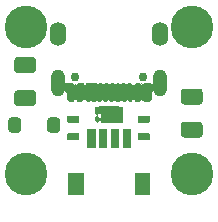
<source format=gts>
G04 #@! TF.GenerationSoftware,KiCad,Pcbnew,(5.1.8)-1*
G04 #@! TF.CreationDate,2021-02-07T19:28:48+03:00*
G04 #@! TF.ProjectId,Unified-Daughterboard,556e6966-6965-4642-9d44-617567687465,C3*
G04 #@! TF.SameCoordinates,Original*
G04 #@! TF.FileFunction,Soldermask,Top*
G04 #@! TF.FilePolarity,Negative*
%FSLAX46Y46*%
G04 Gerber Fmt 4.6, Leading zero omitted, Abs format (unit mm)*
G04 Created by KiCad (PCBNEW (5.1.8)-1) date 2021-02-07 19:28:48*
%MOMM*%
%LPD*%
G01*
G04 APERTURE LIST*
%ADD10O,1.202000X2.302000*%
%ADD11O,1.402000X2.002000*%
%ADD12C,0.752000*%
%ADD13C,3.602001*%
%ADD14C,0.100000*%
G04 APERTURE END LIST*
G36*
G01*
X74801500Y-65916400D02*
X74801500Y-65366400D01*
G75*
G02*
X74852500Y-65315400I51000J0D01*
G01*
X75152500Y-65315400D01*
G75*
G02*
X75203500Y-65366400I0J-51000D01*
G01*
X75203500Y-65916400D01*
G75*
G02*
X75152500Y-65967400I-51000J0D01*
G01*
X74852500Y-65967400D01*
G75*
G02*
X74801500Y-65916400I0J51000D01*
G01*
G37*
G36*
G01*
X73826500Y-65916400D02*
X73826500Y-65366400D01*
G75*
G02*
X73877500Y-65315400I51000J0D01*
G01*
X74127500Y-65315400D01*
G75*
G02*
X74178500Y-65366400I0J-51000D01*
G01*
X74178500Y-65916400D01*
G75*
G02*
X74127500Y-65967400I-51000J0D01*
G01*
X73877500Y-65967400D01*
G75*
G02*
X73826500Y-65916400I0J51000D01*
G01*
G37*
G36*
G01*
X75326500Y-65916400D02*
X75326500Y-65366400D01*
G75*
G02*
X75377500Y-65315400I51000J0D01*
G01*
X75627500Y-65315400D01*
G75*
G02*
X75678500Y-65366400I0J-51000D01*
G01*
X75678500Y-65916400D01*
G75*
G02*
X75627500Y-65967400I-51000J0D01*
G01*
X75377500Y-65967400D01*
G75*
G02*
X75326500Y-65916400I0J51000D01*
G01*
G37*
G36*
G01*
X75826500Y-65916400D02*
X75826500Y-65366400D01*
G75*
G02*
X75877500Y-65315400I51000J0D01*
G01*
X76127500Y-65315400D01*
G75*
G02*
X76178500Y-65366400I0J-51000D01*
G01*
X76178500Y-65916400D01*
G75*
G02*
X76127500Y-65967400I-51000J0D01*
G01*
X75877500Y-65967400D01*
G75*
G02*
X75826500Y-65916400I0J51000D01*
G01*
G37*
G36*
G01*
X74326500Y-65916400D02*
X74326500Y-65366400D01*
G75*
G02*
X74377500Y-65315400I51000J0D01*
G01*
X74627500Y-65315400D01*
G75*
G02*
X74678500Y-65366400I0J-51000D01*
G01*
X74678500Y-65916400D01*
G75*
G02*
X74627500Y-65967400I-51000J0D01*
G01*
X74377500Y-65967400D01*
G75*
G02*
X74326500Y-65916400I0J51000D01*
G01*
G37*
G36*
G01*
X75826500Y-66686400D02*
X75826500Y-66136400D01*
G75*
G02*
X75877500Y-66085400I51000J0D01*
G01*
X76127500Y-66085400D01*
G75*
G02*
X76178500Y-66136400I0J-51000D01*
G01*
X76178500Y-66686400D01*
G75*
G02*
X76127500Y-66737400I-51000J0D01*
G01*
X75877500Y-66737400D01*
G75*
G02*
X75826500Y-66686400I0J51000D01*
G01*
G37*
G36*
G01*
X75326500Y-66686400D02*
X75326500Y-66136400D01*
G75*
G02*
X75377500Y-66085400I51000J0D01*
G01*
X75627500Y-66085400D01*
G75*
G02*
X75678500Y-66136400I0J-51000D01*
G01*
X75678500Y-66686400D01*
G75*
G02*
X75627500Y-66737400I-51000J0D01*
G01*
X75377500Y-66737400D01*
G75*
G02*
X75326500Y-66686400I0J51000D01*
G01*
G37*
G36*
G01*
X74801500Y-66686400D02*
X74801500Y-66136400D01*
G75*
G02*
X74852500Y-66085400I51000J0D01*
G01*
X75152500Y-66085400D01*
G75*
G02*
X75203500Y-66136400I0J-51000D01*
G01*
X75203500Y-66686400D01*
G75*
G02*
X75152500Y-66737400I-51000J0D01*
G01*
X74852500Y-66737400D01*
G75*
G02*
X74801500Y-66686400I0J51000D01*
G01*
G37*
G36*
G01*
X74326500Y-66686400D02*
X74326500Y-66136400D01*
G75*
G02*
X74377500Y-66085400I51000J0D01*
G01*
X74627500Y-66085400D01*
G75*
G02*
X74678500Y-66136400I0J-51000D01*
G01*
X74678500Y-66686400D01*
G75*
G02*
X74627500Y-66737400I-51000J0D01*
G01*
X74377500Y-66737400D01*
G75*
G02*
X74326500Y-66686400I0J51000D01*
G01*
G37*
G36*
G01*
X73826500Y-66561400D02*
X73826500Y-66261400D01*
G75*
G02*
X74002500Y-66085400I176000J0D01*
G01*
X74002500Y-66085400D01*
G75*
G02*
X74178500Y-66261400I0J-176000D01*
G01*
X74178500Y-66561400D01*
G75*
G02*
X74002500Y-66737400I-176000J0D01*
G01*
X74002500Y-66737400D01*
G75*
G02*
X73826500Y-66561400I0J176000D01*
G01*
G37*
G36*
G01*
X82643100Y-67950000D02*
X81331900Y-67950000D01*
G75*
G02*
X81061500Y-67679600I0J270400D01*
G01*
X81061500Y-66868400D01*
G75*
G02*
X81331900Y-66598000I270400J0D01*
G01*
X82643100Y-66598000D01*
G75*
G02*
X82913500Y-66868400I0J-270400D01*
G01*
X82913500Y-67679600D01*
G75*
G02*
X82643100Y-67950000I-270400J0D01*
G01*
G37*
G36*
G01*
X82643100Y-65150000D02*
X81331900Y-65150000D01*
G75*
G02*
X81061500Y-64879600I0J270400D01*
G01*
X81061500Y-64068400D01*
G75*
G02*
X81331900Y-63798000I270400J0D01*
G01*
X82643100Y-63798000D01*
G75*
G02*
X82913500Y-64068400I0J-270400D01*
G01*
X82913500Y-64879600D01*
G75*
G02*
X82643100Y-65150000I-270400J0D01*
G01*
G37*
G36*
G01*
X71504500Y-67578000D02*
X72404500Y-67578000D01*
G75*
G02*
X72455500Y-67629000I0J-51000D01*
G01*
X72455500Y-68129000D01*
G75*
G02*
X72404500Y-68180000I-51000J0D01*
G01*
X71504500Y-68180000D01*
G75*
G02*
X71453500Y-68129000I0J51000D01*
G01*
X71453500Y-67629000D01*
G75*
G02*
X71504500Y-67578000I51000J0D01*
G01*
G37*
G36*
G01*
X71504500Y-66078000D02*
X72404500Y-66078000D01*
G75*
G02*
X72455500Y-66129000I0J-51000D01*
G01*
X72455500Y-66629000D01*
G75*
G02*
X72404500Y-66680000I-51000J0D01*
G01*
X71504500Y-66680000D01*
G75*
G02*
X71453500Y-66629000I0J51000D01*
G01*
X71453500Y-66129000D01*
G75*
G02*
X71504500Y-66078000I51000J0D01*
G01*
G37*
G36*
G01*
X67234900Y-61131000D02*
X68546100Y-61131000D01*
G75*
G02*
X68816500Y-61401400I0J-270400D01*
G01*
X68816500Y-62212600D01*
G75*
G02*
X68546100Y-62483000I-270400J0D01*
G01*
X67234900Y-62483000D01*
G75*
G02*
X66964500Y-62212600I0J270400D01*
G01*
X66964500Y-61401400D01*
G75*
G02*
X67234900Y-61131000I270400J0D01*
G01*
G37*
G36*
G01*
X67234900Y-63931000D02*
X68546100Y-63931000D01*
G75*
G02*
X68816500Y-64201400I0J-270400D01*
G01*
X68816500Y-65012600D01*
G75*
G02*
X68546100Y-65283000I-270400J0D01*
G01*
X67234900Y-65283000D01*
G75*
G02*
X66964500Y-65012600I0J270400D01*
G01*
X66964500Y-64201400D01*
G75*
G02*
X67234900Y-63931000I270400J0D01*
G01*
G37*
G36*
G01*
X67553500Y-66514500D02*
X67553500Y-67265500D01*
G75*
G02*
X67278000Y-67541000I-275500J0D01*
G01*
X66727000Y-67541000D01*
G75*
G02*
X66451500Y-67265500I0J275500D01*
G01*
X66451500Y-66514500D01*
G75*
G02*
X66727000Y-66239000I275500J0D01*
G01*
X67278000Y-66239000D01*
G75*
G02*
X67553500Y-66514500I0J-275500D01*
G01*
G37*
G36*
G01*
X70853500Y-66514500D02*
X70853500Y-67265500D01*
G75*
G02*
X70578000Y-67541000I-275500J0D01*
G01*
X70027000Y-67541000D01*
G75*
G02*
X69751500Y-67265500I0J275500D01*
G01*
X69751500Y-66514500D01*
G75*
G02*
X70027000Y-66239000I275500J0D01*
G01*
X70578000Y-66239000D01*
G75*
G02*
X70853500Y-66514500I0J-275500D01*
G01*
G37*
G36*
G01*
X72903500Y-63517500D02*
X72903500Y-64718500D01*
G75*
G02*
X72728000Y-64894000I-175500J0D01*
G01*
X72377000Y-64894000D01*
G75*
G02*
X72201500Y-64718500I0J175500D01*
G01*
X72201500Y-63517500D01*
G75*
G02*
X72377000Y-63342000I175500J0D01*
G01*
X72728000Y-63342000D01*
G75*
G02*
X72903500Y-63517500I0J-175500D01*
G01*
G37*
G36*
G01*
X72103500Y-63517500D02*
X72103500Y-64718500D01*
G75*
G02*
X71928000Y-64894000I-175500J0D01*
G01*
X71577000Y-64894000D01*
G75*
G02*
X71401500Y-64718500I0J175500D01*
G01*
X71401500Y-63517500D01*
G75*
G02*
X71577000Y-63342000I175500J0D01*
G01*
X71928000Y-63342000D01*
G75*
G02*
X72103500Y-63517500I0J-175500D01*
G01*
G37*
G36*
G01*
X77803500Y-63517500D02*
X77803500Y-64718500D01*
G75*
G02*
X77628000Y-64894000I-175500J0D01*
G01*
X77277000Y-64894000D01*
G75*
G02*
X77101500Y-64718500I0J175500D01*
G01*
X77101500Y-63517500D01*
G75*
G02*
X77277000Y-63342000I175500J0D01*
G01*
X77628000Y-63342000D01*
G75*
G02*
X77803500Y-63517500I0J-175500D01*
G01*
G37*
D10*
X79302500Y-63343000D03*
G36*
G01*
X74953500Y-63442500D02*
X74953500Y-64793500D01*
G75*
G02*
X74853000Y-64894000I-100500J0D01*
G01*
X74652000Y-64894000D01*
G75*
G02*
X74551500Y-64793500I0J100500D01*
G01*
X74551500Y-63442500D01*
G75*
G02*
X74652000Y-63342000I100500J0D01*
G01*
X74853000Y-63342000D01*
G75*
G02*
X74953500Y-63442500I0J-100500D01*
G01*
G37*
G36*
G01*
X74453500Y-63442500D02*
X74453500Y-64793500D01*
G75*
G02*
X74353000Y-64894000I-100500J0D01*
G01*
X74152000Y-64894000D01*
G75*
G02*
X74051500Y-64793500I0J100500D01*
G01*
X74051500Y-63442500D01*
G75*
G02*
X74152000Y-63342000I100500J0D01*
G01*
X74353000Y-63342000D01*
G75*
G02*
X74453500Y-63442500I0J-100500D01*
G01*
G37*
G36*
G01*
X73953500Y-63442500D02*
X73953500Y-64793500D01*
G75*
G02*
X73853000Y-64894000I-100500J0D01*
G01*
X73652000Y-64894000D01*
G75*
G02*
X73551500Y-64793500I0J100500D01*
G01*
X73551500Y-63442500D01*
G75*
G02*
X73652000Y-63342000I100500J0D01*
G01*
X73853000Y-63342000D01*
G75*
G02*
X73953500Y-63442500I0J-100500D01*
G01*
G37*
G36*
G01*
X73453500Y-63442500D02*
X73453500Y-64793500D01*
G75*
G02*
X73353000Y-64894000I-100500J0D01*
G01*
X73152000Y-64894000D01*
G75*
G02*
X73051500Y-64793500I0J100500D01*
G01*
X73051500Y-63442500D01*
G75*
G02*
X73152000Y-63342000I100500J0D01*
G01*
X73353000Y-63342000D01*
G75*
G02*
X73453500Y-63442500I0J-100500D01*
G01*
G37*
G36*
G01*
X75457500Y-63442500D02*
X75457500Y-64793500D01*
G75*
G02*
X75357000Y-64894000I-100500J0D01*
G01*
X75156000Y-64894000D01*
G75*
G02*
X75055500Y-64793500I0J100500D01*
G01*
X75055500Y-63442500D01*
G75*
G02*
X75156000Y-63342000I100500J0D01*
G01*
X75357000Y-63342000D01*
G75*
G02*
X75457500Y-63442500I0J-100500D01*
G01*
G37*
G36*
G01*
X75953500Y-63442500D02*
X75953500Y-64793500D01*
G75*
G02*
X75853000Y-64894000I-100500J0D01*
G01*
X75652000Y-64894000D01*
G75*
G02*
X75551500Y-64793500I0J100500D01*
G01*
X75551500Y-63442500D01*
G75*
G02*
X75652000Y-63342000I100500J0D01*
G01*
X75853000Y-63342000D01*
G75*
G02*
X75953500Y-63442500I0J-100500D01*
G01*
G37*
G36*
G01*
X76453500Y-63442500D02*
X76453500Y-64793500D01*
G75*
G02*
X76353000Y-64894000I-100500J0D01*
G01*
X76152000Y-64894000D01*
G75*
G02*
X76051500Y-64793500I0J100500D01*
G01*
X76051500Y-63442500D01*
G75*
G02*
X76152000Y-63342000I100500J0D01*
G01*
X76353000Y-63342000D01*
G75*
G02*
X76453500Y-63442500I0J-100500D01*
G01*
G37*
G36*
G01*
X76953500Y-63442500D02*
X76953500Y-64793500D01*
G75*
G02*
X76853000Y-64894000I-100500J0D01*
G01*
X76652000Y-64894000D01*
G75*
G02*
X76551500Y-64793500I0J100500D01*
G01*
X76551500Y-63442500D01*
G75*
G02*
X76652000Y-63342000I100500J0D01*
G01*
X76853000Y-63342000D01*
G75*
G02*
X76953500Y-63442500I0J-100500D01*
G01*
G37*
G36*
G01*
X78603500Y-63517500D02*
X78603500Y-64718500D01*
G75*
G02*
X78428000Y-64894000I-175500J0D01*
G01*
X78077000Y-64894000D01*
G75*
G02*
X77901500Y-64718500I0J175500D01*
G01*
X77901500Y-63517500D01*
G75*
G02*
X78077000Y-63342000I175500J0D01*
G01*
X78428000Y-63342000D01*
G75*
G02*
X78603500Y-63517500I0J-175500D01*
G01*
G37*
D11*
X79302500Y-59143000D03*
D12*
X77892500Y-62792000D03*
X72112500Y-62792000D03*
D11*
X70702500Y-59143000D03*
D10*
X70702500Y-63343000D03*
D13*
X68004500Y-58543000D03*
X82004500Y-58543000D03*
X68004500Y-71043000D03*
X82004500Y-71043000D03*
G36*
G01*
X75153500Y-68793000D02*
X75153500Y-67243000D01*
G75*
G02*
X75204500Y-67192000I51000J0D01*
G01*
X75804500Y-67192000D01*
G75*
G02*
X75855500Y-67243000I0J-51000D01*
G01*
X75855500Y-68793000D01*
G75*
G02*
X75804500Y-68844000I-51000J0D01*
G01*
X75204500Y-68844000D01*
G75*
G02*
X75153500Y-68793000I0J51000D01*
G01*
G37*
G36*
G01*
X76153500Y-68793000D02*
X76153500Y-67243000D01*
G75*
G02*
X76204500Y-67192000I51000J0D01*
G01*
X76804500Y-67192000D01*
G75*
G02*
X76855500Y-67243000I0J-51000D01*
G01*
X76855500Y-68793000D01*
G75*
G02*
X76804500Y-68844000I-51000J0D01*
G01*
X76204500Y-68844000D01*
G75*
G02*
X76153500Y-68793000I0J51000D01*
G01*
G37*
G36*
G01*
X74153500Y-68793000D02*
X74153500Y-67243000D01*
G75*
G02*
X74204500Y-67192000I51000J0D01*
G01*
X74804500Y-67192000D01*
G75*
G02*
X74855500Y-67243000I0J-51000D01*
G01*
X74855500Y-68793000D01*
G75*
G02*
X74804500Y-68844000I-51000J0D01*
G01*
X74204500Y-68844000D01*
G75*
G02*
X74153500Y-68793000I0J51000D01*
G01*
G37*
G36*
G01*
X73153500Y-68793000D02*
X73153500Y-67243000D01*
G75*
G02*
X73204500Y-67192000I51000J0D01*
G01*
X73804500Y-67192000D01*
G75*
G02*
X73855500Y-67243000I0J-51000D01*
G01*
X73855500Y-68793000D01*
G75*
G02*
X73804500Y-68844000I-51000J0D01*
G01*
X73204500Y-68844000D01*
G75*
G02*
X73153500Y-68793000I0J51000D01*
G01*
G37*
G36*
G01*
X71553500Y-72793001D02*
X71553500Y-70992999D01*
G75*
G02*
X71604499Y-70942000I50999J0D01*
G01*
X72804501Y-70942000D01*
G75*
G02*
X72855500Y-70992999I0J-50999D01*
G01*
X72855500Y-72793001D01*
G75*
G02*
X72804501Y-72844000I-50999J0D01*
G01*
X71604499Y-72844000D01*
G75*
G02*
X71553500Y-72793001I0J50999D01*
G01*
G37*
G36*
G01*
X77153500Y-72793001D02*
X77153500Y-70992999D01*
G75*
G02*
X77204499Y-70942000I50999J0D01*
G01*
X78404501Y-70942000D01*
G75*
G02*
X78455500Y-70992999I0J-50999D01*
G01*
X78455500Y-72793001D01*
G75*
G02*
X78404501Y-72844000I-50999J0D01*
G01*
X77204499Y-72844000D01*
G75*
G02*
X77153500Y-72793001I0J50999D01*
G01*
G37*
G36*
G01*
X77473500Y-66078000D02*
X78373500Y-66078000D01*
G75*
G02*
X78424500Y-66129000I0J-51000D01*
G01*
X78424500Y-66629000D01*
G75*
G02*
X78373500Y-66680000I-51000J0D01*
G01*
X77473500Y-66680000D01*
G75*
G02*
X77422500Y-66629000I0J51000D01*
G01*
X77422500Y-66129000D01*
G75*
G02*
X77473500Y-66078000I51000J0D01*
G01*
G37*
G36*
G01*
X77473500Y-67578000D02*
X78373500Y-67578000D01*
G75*
G02*
X78424500Y-67629000I0J-51000D01*
G01*
X78424500Y-68129000D01*
G75*
G02*
X78373500Y-68180000I-51000J0D01*
G01*
X77473500Y-68180000D01*
G75*
G02*
X77422500Y-68129000I0J51000D01*
G01*
X77422500Y-67629000D01*
G75*
G02*
X77473500Y-67578000I51000J0D01*
G01*
G37*
D14*
G36*
X75828232Y-65314400D02*
G01*
X75828500Y-65315400D01*
X75828500Y-65965400D01*
X76178500Y-65965400D01*
X76180232Y-65966400D01*
X76180500Y-65967400D01*
X76180500Y-66085400D01*
X76179500Y-66087132D01*
X76178500Y-66087400D01*
X75828500Y-66087400D01*
X75828500Y-66737400D01*
X75827500Y-66739132D01*
X75826500Y-66739400D01*
X75678500Y-66739400D01*
X75676768Y-66738400D01*
X75676500Y-66737400D01*
X75676500Y-66087400D01*
X75328500Y-66087400D01*
X75328500Y-66737400D01*
X75327500Y-66739132D01*
X75326500Y-66739400D01*
X75203500Y-66739400D01*
X75201768Y-66738400D01*
X75201500Y-66737400D01*
X75201500Y-66087400D01*
X74803500Y-66087400D01*
X74803500Y-66737400D01*
X74802500Y-66739132D01*
X74801500Y-66739400D01*
X74678500Y-66739400D01*
X74676768Y-66738400D01*
X74676500Y-66737400D01*
X74676500Y-66087400D01*
X74326500Y-66087400D01*
X74324768Y-66086400D01*
X74324500Y-66085400D01*
X74324500Y-66043693D01*
X74323066Y-66029128D01*
X74318843Y-66015208D01*
X74311987Y-66002381D01*
X74302761Y-65991139D01*
X74291519Y-65981913D01*
X74278692Y-65975057D01*
X74264772Y-65970834D01*
X74250207Y-65969400D01*
X74178500Y-65969400D01*
X74176768Y-65968400D01*
X74176500Y-65967400D01*
X74176500Y-65317400D01*
X74328500Y-65317400D01*
X74328500Y-65965400D01*
X74676500Y-65965400D01*
X74676500Y-65317400D01*
X74803500Y-65317400D01*
X74803500Y-65965400D01*
X75201500Y-65965400D01*
X75201500Y-65317400D01*
X75328500Y-65317400D01*
X75328500Y-65965400D01*
X75676500Y-65965400D01*
X75676500Y-65317400D01*
X75328500Y-65317400D01*
X75201500Y-65317400D01*
X74803500Y-65317400D01*
X74676500Y-65317400D01*
X74328500Y-65317400D01*
X74176500Y-65317400D01*
X74176500Y-65315400D01*
X74177500Y-65313668D01*
X74178500Y-65313400D01*
X75826500Y-65313400D01*
X75828232Y-65314400D01*
G37*
G36*
X74327743Y-66215169D02*
G01*
X74328500Y-66216736D01*
X74328500Y-66606064D01*
X74327500Y-66607796D01*
X74325500Y-66607796D01*
X74324510Y-66606260D01*
X74323066Y-66591593D01*
X74318843Y-66577673D01*
X74311987Y-66564846D01*
X74302761Y-66553604D01*
X74291519Y-66544378D01*
X74278692Y-66537522D01*
X74264772Y-66533299D01*
X74250301Y-66531874D01*
X74235830Y-66533299D01*
X74221910Y-66537522D01*
X74209083Y-66544378D01*
X74197841Y-66553604D01*
X74188615Y-66564846D01*
X74181782Y-66577630D01*
X74178937Y-66588987D01*
X74178844Y-66589083D01*
X74177217Y-66594445D01*
X74175757Y-66595812D01*
X74173843Y-66595231D01*
X74173313Y-66593668D01*
X74176501Y-66561306D01*
X74176501Y-66261494D01*
X74173313Y-66229131D01*
X74174138Y-66227309D01*
X74176128Y-66227113D01*
X74177217Y-66228354D01*
X74177527Y-66229375D01*
X74177575Y-66229566D01*
X74179307Y-66238274D01*
X74184873Y-66251710D01*
X74192953Y-66263803D01*
X74203235Y-66274085D01*
X74215329Y-66282165D01*
X74228764Y-66287730D01*
X74243032Y-66290568D01*
X74257572Y-66290568D01*
X74271839Y-66287730D01*
X74285275Y-66282164D01*
X74297368Y-66274084D01*
X74307650Y-66263802D01*
X74315730Y-66251708D01*
X74321278Y-66238316D01*
X74324522Y-66216443D01*
X74325765Y-66214876D01*
X74327743Y-66215169D01*
G37*
G36*
X74129183Y-65966400D02*
G01*
X74129183Y-65968400D01*
X74127647Y-65969390D01*
X74112980Y-65970834D01*
X74099060Y-65975057D01*
X74086233Y-65981913D01*
X74074991Y-65991139D01*
X74065765Y-66002381D01*
X74058909Y-66015208D01*
X74054686Y-66029128D01*
X74053261Y-66043599D01*
X74054686Y-66058070D01*
X74058909Y-66071990D01*
X74065765Y-66084817D01*
X74074991Y-66096059D01*
X74086385Y-66105409D01*
X74087089Y-66107281D01*
X74085821Y-66108827D01*
X74084173Y-66108719D01*
X74069084Y-66100654D01*
X74036442Y-66090752D01*
X74002500Y-66087409D01*
X73968558Y-66090752D01*
X73935916Y-66100654D01*
X73917526Y-66110484D01*
X73915527Y-66110418D01*
X73914584Y-66108655D01*
X73915472Y-66107057D01*
X73924614Y-66100948D01*
X73934897Y-66090666D01*
X73942977Y-66078573D01*
X73948543Y-66065138D01*
X73951381Y-66050870D01*
X73951381Y-66036330D01*
X73948543Y-66022063D01*
X73942978Y-66008627D01*
X73934898Y-65996534D01*
X73924616Y-65986251D01*
X73912523Y-65978171D01*
X73899088Y-65972605D01*
X73884774Y-65969758D01*
X73877451Y-65969398D01*
X73875770Y-65968314D01*
X73875868Y-65966316D01*
X73877549Y-65965400D01*
X74127451Y-65965400D01*
X74129183Y-65966400D01*
G37*
G36*
X76387553Y-63340010D02*
G01*
X76403398Y-63341570D01*
X76403783Y-63341646D01*
X76415419Y-63345176D01*
X76415781Y-63345326D01*
X76426504Y-63351058D01*
X76426830Y-63351276D01*
X76436231Y-63358991D01*
X76436508Y-63359268D01*
X76445084Y-63369718D01*
X76455434Y-63380068D01*
X76467527Y-63388148D01*
X76480963Y-63393713D01*
X76495230Y-63396551D01*
X76509770Y-63396551D01*
X76524038Y-63393713D01*
X76537473Y-63388147D01*
X76549566Y-63380068D01*
X76559916Y-63369718D01*
X76568492Y-63359268D01*
X76568769Y-63358991D01*
X76578170Y-63351276D01*
X76578496Y-63351058D01*
X76589219Y-63345326D01*
X76589581Y-63345176D01*
X76601217Y-63341646D01*
X76601602Y-63341570D01*
X76617447Y-63340010D01*
X76617643Y-63340000D01*
X76652000Y-63340000D01*
X76653732Y-63341000D01*
X76653732Y-63343000D01*
X76652196Y-63343990D01*
X76632788Y-63345901D01*
X76614309Y-63351507D01*
X76597281Y-63360608D01*
X76582357Y-63372857D01*
X76570108Y-63387781D01*
X76561007Y-63404809D01*
X76555401Y-63423288D01*
X76553500Y-63442594D01*
X76553500Y-64793406D01*
X76555401Y-64812712D01*
X76561007Y-64831191D01*
X76570108Y-64848219D01*
X76582357Y-64863143D01*
X76597281Y-64875392D01*
X76614309Y-64884493D01*
X76632788Y-64890099D01*
X76652196Y-64892010D01*
X76653822Y-64893175D01*
X76653626Y-64895165D01*
X76652000Y-64896000D01*
X76617643Y-64896000D01*
X76617447Y-64895990D01*
X76601602Y-64894430D01*
X76601217Y-64894354D01*
X76589581Y-64890824D01*
X76589219Y-64890674D01*
X76578496Y-64884942D01*
X76578170Y-64884724D01*
X76568769Y-64877009D01*
X76568492Y-64876732D01*
X76559916Y-64866282D01*
X76549566Y-64855932D01*
X76537473Y-64847852D01*
X76524037Y-64842287D01*
X76509770Y-64839449D01*
X76495230Y-64839449D01*
X76480962Y-64842287D01*
X76467527Y-64847853D01*
X76455434Y-64855932D01*
X76445084Y-64866282D01*
X76436508Y-64876732D01*
X76436231Y-64877009D01*
X76426830Y-64884724D01*
X76426504Y-64884942D01*
X76415781Y-64890674D01*
X76415419Y-64890824D01*
X76403783Y-64894354D01*
X76403398Y-64894430D01*
X76387553Y-64895990D01*
X76387357Y-64896000D01*
X76353000Y-64896000D01*
X76351268Y-64895000D01*
X76351268Y-64893000D01*
X76352804Y-64892010D01*
X76372212Y-64890099D01*
X76390691Y-64884493D01*
X76407719Y-64875392D01*
X76422643Y-64863143D01*
X76434892Y-64848219D01*
X76443993Y-64831191D01*
X76449599Y-64812712D01*
X76451500Y-64793406D01*
X76451500Y-63442594D01*
X76449599Y-63423288D01*
X76443993Y-63404809D01*
X76434892Y-63387781D01*
X76422643Y-63372857D01*
X76407719Y-63360608D01*
X76390691Y-63351507D01*
X76372212Y-63345901D01*
X76352804Y-63343990D01*
X76351178Y-63342825D01*
X76351374Y-63340835D01*
X76353000Y-63340000D01*
X76387357Y-63340000D01*
X76387553Y-63340010D01*
G37*
G36*
X74387553Y-63340010D02*
G01*
X74403398Y-63341570D01*
X74403783Y-63341646D01*
X74415419Y-63345176D01*
X74415781Y-63345326D01*
X74426504Y-63351058D01*
X74426830Y-63351276D01*
X74436231Y-63358991D01*
X74436508Y-63359268D01*
X74445084Y-63369718D01*
X74455434Y-63380068D01*
X74467527Y-63388148D01*
X74480963Y-63393713D01*
X74495230Y-63396551D01*
X74509770Y-63396551D01*
X74524038Y-63393713D01*
X74537473Y-63388147D01*
X74549566Y-63380068D01*
X74559916Y-63369718D01*
X74568492Y-63359268D01*
X74568769Y-63358991D01*
X74578170Y-63351276D01*
X74578496Y-63351058D01*
X74589219Y-63345326D01*
X74589581Y-63345176D01*
X74601217Y-63341646D01*
X74601602Y-63341570D01*
X74617447Y-63340010D01*
X74617643Y-63340000D01*
X74652000Y-63340000D01*
X74653732Y-63341000D01*
X74653732Y-63343000D01*
X74652196Y-63343990D01*
X74632788Y-63345901D01*
X74614309Y-63351507D01*
X74597281Y-63360608D01*
X74582357Y-63372857D01*
X74570108Y-63387781D01*
X74561007Y-63404809D01*
X74555401Y-63423288D01*
X74553500Y-63442594D01*
X74553500Y-64793406D01*
X74555401Y-64812712D01*
X74561007Y-64831191D01*
X74570108Y-64848219D01*
X74582357Y-64863143D01*
X74597281Y-64875392D01*
X74614309Y-64884493D01*
X74632788Y-64890099D01*
X74652196Y-64892010D01*
X74653822Y-64893175D01*
X74653626Y-64895165D01*
X74652000Y-64896000D01*
X74617643Y-64896000D01*
X74617447Y-64895990D01*
X74601602Y-64894430D01*
X74601217Y-64894354D01*
X74589581Y-64890824D01*
X74589219Y-64890674D01*
X74578496Y-64884942D01*
X74578170Y-64884724D01*
X74568769Y-64877009D01*
X74568492Y-64876732D01*
X74559916Y-64866282D01*
X74549566Y-64855932D01*
X74537473Y-64847852D01*
X74524037Y-64842287D01*
X74509770Y-64839449D01*
X74495230Y-64839449D01*
X74480962Y-64842287D01*
X74467527Y-64847853D01*
X74455434Y-64855932D01*
X74445084Y-64866282D01*
X74436508Y-64876732D01*
X74436231Y-64877009D01*
X74426830Y-64884724D01*
X74426504Y-64884942D01*
X74415781Y-64890674D01*
X74415419Y-64890824D01*
X74403783Y-64894354D01*
X74403398Y-64894430D01*
X74387553Y-64895990D01*
X74387357Y-64896000D01*
X74353000Y-64896000D01*
X74351268Y-64895000D01*
X74351268Y-64893000D01*
X74352804Y-64892010D01*
X74372212Y-64890099D01*
X74390691Y-64884493D01*
X74407719Y-64875392D01*
X74422643Y-64863143D01*
X74434892Y-64848219D01*
X74443993Y-64831191D01*
X74449599Y-64812712D01*
X74451500Y-64793406D01*
X74451500Y-63442594D01*
X74449599Y-63423288D01*
X74443993Y-63404809D01*
X74434892Y-63387781D01*
X74422643Y-63372857D01*
X74407719Y-63360608D01*
X74390691Y-63351507D01*
X74372212Y-63345901D01*
X74352804Y-63343990D01*
X74351178Y-63342825D01*
X74351374Y-63340835D01*
X74353000Y-63340000D01*
X74387357Y-63340000D01*
X74387553Y-63340010D01*
G37*
G36*
X73887553Y-63340010D02*
G01*
X73903398Y-63341570D01*
X73903783Y-63341646D01*
X73915419Y-63345176D01*
X73915781Y-63345326D01*
X73926504Y-63351058D01*
X73926830Y-63351276D01*
X73936231Y-63358991D01*
X73936508Y-63359268D01*
X73945084Y-63369718D01*
X73955434Y-63380068D01*
X73967527Y-63388148D01*
X73980963Y-63393713D01*
X73995230Y-63396551D01*
X74009770Y-63396551D01*
X74024038Y-63393713D01*
X74037473Y-63388147D01*
X74049566Y-63380068D01*
X74059916Y-63369718D01*
X74068492Y-63359268D01*
X74068769Y-63358991D01*
X74078170Y-63351276D01*
X74078496Y-63351058D01*
X74089219Y-63345326D01*
X74089581Y-63345176D01*
X74101217Y-63341646D01*
X74101602Y-63341570D01*
X74117447Y-63340010D01*
X74117643Y-63340000D01*
X74152000Y-63340000D01*
X74153732Y-63341000D01*
X74153732Y-63343000D01*
X74152196Y-63343990D01*
X74132788Y-63345901D01*
X74114309Y-63351507D01*
X74097281Y-63360608D01*
X74082357Y-63372857D01*
X74070108Y-63387781D01*
X74061007Y-63404809D01*
X74055401Y-63423288D01*
X74053500Y-63442594D01*
X74053500Y-64793406D01*
X74055401Y-64812712D01*
X74061007Y-64831191D01*
X74070108Y-64848219D01*
X74082357Y-64863143D01*
X74097281Y-64875392D01*
X74114309Y-64884493D01*
X74132788Y-64890099D01*
X74152196Y-64892010D01*
X74153822Y-64893175D01*
X74153626Y-64895165D01*
X74152000Y-64896000D01*
X74117643Y-64896000D01*
X74117447Y-64895990D01*
X74101602Y-64894430D01*
X74101217Y-64894354D01*
X74089581Y-64890824D01*
X74089219Y-64890674D01*
X74078496Y-64884942D01*
X74078170Y-64884724D01*
X74068769Y-64877009D01*
X74068492Y-64876732D01*
X74059916Y-64866282D01*
X74049566Y-64855932D01*
X74037473Y-64847852D01*
X74024037Y-64842287D01*
X74009770Y-64839449D01*
X73995230Y-64839449D01*
X73980962Y-64842287D01*
X73967527Y-64847853D01*
X73955434Y-64855932D01*
X73945084Y-64866282D01*
X73936508Y-64876732D01*
X73936231Y-64877009D01*
X73926830Y-64884724D01*
X73926504Y-64884942D01*
X73915781Y-64890674D01*
X73915419Y-64890824D01*
X73903783Y-64894354D01*
X73903398Y-64894430D01*
X73887553Y-64895990D01*
X73887357Y-64896000D01*
X73853000Y-64896000D01*
X73851268Y-64895000D01*
X73851268Y-64893000D01*
X73852804Y-64892010D01*
X73872212Y-64890099D01*
X73890691Y-64884493D01*
X73907719Y-64875392D01*
X73922643Y-64863143D01*
X73934892Y-64848219D01*
X73943993Y-64831191D01*
X73949599Y-64812712D01*
X73951500Y-64793406D01*
X73951500Y-63442594D01*
X73949599Y-63423288D01*
X73943993Y-63404809D01*
X73934892Y-63387781D01*
X73922643Y-63372857D01*
X73907719Y-63360608D01*
X73890691Y-63351507D01*
X73872212Y-63345901D01*
X73852804Y-63343990D01*
X73851178Y-63342825D01*
X73851374Y-63340835D01*
X73853000Y-63340000D01*
X73887357Y-63340000D01*
X73887553Y-63340010D01*
G37*
G36*
X72762554Y-63340010D02*
G01*
X72793029Y-63343011D01*
X72793414Y-63343087D01*
X72819120Y-63350885D01*
X72819482Y-63351035D01*
X72843175Y-63363700D01*
X72843501Y-63363918D01*
X72864265Y-63380958D01*
X72864542Y-63381235D01*
X72881582Y-63401999D01*
X72881800Y-63402325D01*
X72894465Y-63426018D01*
X72894615Y-63426380D01*
X72904269Y-63458205D01*
X72909872Y-63471733D01*
X72917952Y-63483826D01*
X72928235Y-63494108D01*
X72940328Y-63502188D01*
X72953763Y-63507754D01*
X72968031Y-63510592D01*
X72982571Y-63510592D01*
X72996838Y-63507754D01*
X73010274Y-63502189D01*
X73022367Y-63494109D01*
X73032649Y-63483826D01*
X73040729Y-63471733D01*
X73046295Y-63458298D01*
X73049142Y-63443984D01*
X73049500Y-63436703D01*
X73049500Y-63408143D01*
X73049510Y-63407947D01*
X73051070Y-63392102D01*
X73051146Y-63391717D01*
X73054676Y-63380081D01*
X73054826Y-63379719D01*
X73060558Y-63368996D01*
X73060776Y-63368670D01*
X73068492Y-63359269D01*
X73068769Y-63358992D01*
X73078170Y-63351276D01*
X73078496Y-63351058D01*
X73089219Y-63345326D01*
X73089581Y-63345176D01*
X73101217Y-63341646D01*
X73101602Y-63341570D01*
X73117447Y-63340010D01*
X73117643Y-63340000D01*
X73152000Y-63340000D01*
X73153732Y-63341000D01*
X73153732Y-63343000D01*
X73152196Y-63343990D01*
X73132788Y-63345901D01*
X73114309Y-63351507D01*
X73097281Y-63360608D01*
X73082357Y-63372857D01*
X73070108Y-63387781D01*
X73061007Y-63404809D01*
X73055401Y-63423288D01*
X73053500Y-63442594D01*
X73053500Y-64793406D01*
X73055401Y-64812712D01*
X73061007Y-64831191D01*
X73070108Y-64848219D01*
X73082357Y-64863143D01*
X73097281Y-64875392D01*
X73114309Y-64884493D01*
X73132788Y-64890099D01*
X73152196Y-64892010D01*
X73153822Y-64893175D01*
X73153626Y-64895165D01*
X73152000Y-64896000D01*
X73117643Y-64896000D01*
X73117447Y-64895990D01*
X73101602Y-64894430D01*
X73101217Y-64894354D01*
X73089581Y-64890824D01*
X73089219Y-64890674D01*
X73078496Y-64884942D01*
X73078170Y-64884724D01*
X73068769Y-64877008D01*
X73068492Y-64876731D01*
X73060776Y-64867330D01*
X73060558Y-64867004D01*
X73054826Y-64856281D01*
X73054676Y-64855919D01*
X73051146Y-64844283D01*
X73051070Y-64843898D01*
X73049510Y-64828053D01*
X73049500Y-64827857D01*
X73049500Y-64799334D01*
X73048066Y-64784769D01*
X73043843Y-64770849D01*
X73036987Y-64758022D01*
X73027761Y-64746780D01*
X73016519Y-64737554D01*
X73003692Y-64730698D01*
X72989772Y-64726475D01*
X72975301Y-64725050D01*
X72960830Y-64726475D01*
X72946910Y-64730698D01*
X72934083Y-64737554D01*
X72922841Y-64746780D01*
X72913615Y-64758022D01*
X72906735Y-64770894D01*
X72904284Y-64777744D01*
X72894615Y-64809620D01*
X72894465Y-64809982D01*
X72881800Y-64833675D01*
X72881582Y-64834001D01*
X72864542Y-64854765D01*
X72864265Y-64855042D01*
X72843501Y-64872082D01*
X72843175Y-64872300D01*
X72819482Y-64884965D01*
X72819120Y-64885115D01*
X72793414Y-64892913D01*
X72793029Y-64892989D01*
X72762554Y-64895990D01*
X72762358Y-64896000D01*
X72728000Y-64896000D01*
X72726268Y-64895000D01*
X72726268Y-64893000D01*
X72727804Y-64892010D01*
X72761843Y-64888658D01*
X72794392Y-64878784D01*
X72824387Y-64862752D01*
X72850676Y-64841176D01*
X72872252Y-64814887D01*
X72888284Y-64784892D01*
X72898158Y-64752343D01*
X72901500Y-64718406D01*
X72901500Y-63517594D01*
X72898158Y-63483657D01*
X72888284Y-63451108D01*
X72872252Y-63421113D01*
X72850676Y-63394824D01*
X72824387Y-63373248D01*
X72794392Y-63357216D01*
X72761843Y-63347342D01*
X72727804Y-63343990D01*
X72726178Y-63342825D01*
X72726374Y-63340835D01*
X72728000Y-63340000D01*
X72762358Y-63340000D01*
X72762554Y-63340010D01*
G37*
G36*
X73387553Y-63340010D02*
G01*
X73403398Y-63341570D01*
X73403783Y-63341646D01*
X73415419Y-63345176D01*
X73415781Y-63345326D01*
X73426504Y-63351058D01*
X73426830Y-63351276D01*
X73436231Y-63358991D01*
X73436508Y-63359268D01*
X73445084Y-63369718D01*
X73455434Y-63380068D01*
X73467527Y-63388148D01*
X73480963Y-63393713D01*
X73495230Y-63396551D01*
X73509770Y-63396551D01*
X73524038Y-63393713D01*
X73537473Y-63388147D01*
X73549566Y-63380068D01*
X73559916Y-63369718D01*
X73568492Y-63359268D01*
X73568769Y-63358991D01*
X73578170Y-63351276D01*
X73578496Y-63351058D01*
X73589219Y-63345326D01*
X73589581Y-63345176D01*
X73601217Y-63341646D01*
X73601602Y-63341570D01*
X73617447Y-63340010D01*
X73617643Y-63340000D01*
X73652000Y-63340000D01*
X73653732Y-63341000D01*
X73653732Y-63343000D01*
X73652196Y-63343990D01*
X73632788Y-63345901D01*
X73614309Y-63351507D01*
X73597281Y-63360608D01*
X73582357Y-63372857D01*
X73570108Y-63387781D01*
X73561007Y-63404809D01*
X73555401Y-63423288D01*
X73553500Y-63442594D01*
X73553500Y-64793406D01*
X73555401Y-64812712D01*
X73561007Y-64831191D01*
X73570108Y-64848219D01*
X73582357Y-64863143D01*
X73597281Y-64875392D01*
X73614309Y-64884493D01*
X73632788Y-64890099D01*
X73652196Y-64892010D01*
X73653822Y-64893175D01*
X73653626Y-64895165D01*
X73652000Y-64896000D01*
X73617643Y-64896000D01*
X73617447Y-64895990D01*
X73601602Y-64894430D01*
X73601217Y-64894354D01*
X73589581Y-64890824D01*
X73589219Y-64890674D01*
X73578496Y-64884942D01*
X73578170Y-64884724D01*
X73568769Y-64877009D01*
X73568492Y-64876732D01*
X73559916Y-64866282D01*
X73549566Y-64855932D01*
X73537473Y-64847852D01*
X73524037Y-64842287D01*
X73509770Y-64839449D01*
X73495230Y-64839449D01*
X73480962Y-64842287D01*
X73467527Y-64847853D01*
X73455434Y-64855932D01*
X73445084Y-64866282D01*
X73436508Y-64876732D01*
X73436231Y-64877009D01*
X73426830Y-64884724D01*
X73426504Y-64884942D01*
X73415781Y-64890674D01*
X73415419Y-64890824D01*
X73403783Y-64894354D01*
X73403398Y-64894430D01*
X73387553Y-64895990D01*
X73387357Y-64896000D01*
X73353000Y-64896000D01*
X73351268Y-64895000D01*
X73351268Y-64893000D01*
X73352804Y-64892010D01*
X73372212Y-64890099D01*
X73390691Y-64884493D01*
X73407719Y-64875392D01*
X73422643Y-64863143D01*
X73434892Y-64848219D01*
X73443993Y-64831191D01*
X73449599Y-64812712D01*
X73451500Y-64793406D01*
X73451500Y-63442594D01*
X73449599Y-63423288D01*
X73443993Y-63404809D01*
X73434892Y-63387781D01*
X73422643Y-63372857D01*
X73407719Y-63360608D01*
X73390691Y-63351507D01*
X73372212Y-63345901D01*
X73352804Y-63343990D01*
X73351178Y-63342825D01*
X73351374Y-63340835D01*
X73353000Y-63340000D01*
X73387357Y-63340000D01*
X73387553Y-63340010D01*
G37*
G36*
X75391553Y-63340010D02*
G01*
X75407398Y-63341570D01*
X75407783Y-63341646D01*
X75419419Y-63345176D01*
X75419781Y-63345326D01*
X75430504Y-63351058D01*
X75430830Y-63351276D01*
X75440231Y-63358991D01*
X75440508Y-63359268D01*
X75447084Y-63367281D01*
X75457434Y-63377631D01*
X75469527Y-63385711D01*
X75482963Y-63391276D01*
X75497230Y-63394114D01*
X75511770Y-63394114D01*
X75526038Y-63391276D01*
X75539473Y-63385710D01*
X75551566Y-63377631D01*
X75561916Y-63367281D01*
X75568492Y-63359268D01*
X75568769Y-63358991D01*
X75578170Y-63351276D01*
X75578496Y-63351058D01*
X75589219Y-63345326D01*
X75589581Y-63345176D01*
X75601217Y-63341646D01*
X75601602Y-63341570D01*
X75617447Y-63340010D01*
X75617643Y-63340000D01*
X75652000Y-63340000D01*
X75653732Y-63341000D01*
X75653732Y-63343000D01*
X75652196Y-63343990D01*
X75632788Y-63345901D01*
X75614309Y-63351507D01*
X75597281Y-63360608D01*
X75582357Y-63372857D01*
X75570108Y-63387781D01*
X75561007Y-63404809D01*
X75555401Y-63423288D01*
X75553500Y-63442594D01*
X75553500Y-64793406D01*
X75555401Y-64812712D01*
X75561007Y-64831191D01*
X75570108Y-64848219D01*
X75582357Y-64863143D01*
X75597281Y-64875392D01*
X75614309Y-64884493D01*
X75632788Y-64890099D01*
X75652196Y-64892010D01*
X75653822Y-64893175D01*
X75653626Y-64895165D01*
X75652000Y-64896000D01*
X75617643Y-64896000D01*
X75617447Y-64895990D01*
X75601602Y-64894430D01*
X75601217Y-64894354D01*
X75589581Y-64890824D01*
X75589219Y-64890674D01*
X75578496Y-64884942D01*
X75578170Y-64884724D01*
X75568769Y-64877009D01*
X75568492Y-64876732D01*
X75561916Y-64868719D01*
X75551566Y-64858369D01*
X75539473Y-64850289D01*
X75526037Y-64844724D01*
X75511770Y-64841886D01*
X75497230Y-64841886D01*
X75482962Y-64844724D01*
X75469527Y-64850290D01*
X75457434Y-64858369D01*
X75447084Y-64868719D01*
X75440508Y-64876732D01*
X75440231Y-64877009D01*
X75430830Y-64884724D01*
X75430504Y-64884942D01*
X75419781Y-64890674D01*
X75419419Y-64890824D01*
X75407783Y-64894354D01*
X75407398Y-64894430D01*
X75391553Y-64895990D01*
X75391357Y-64896000D01*
X75357000Y-64896000D01*
X75355268Y-64895000D01*
X75355268Y-64893000D01*
X75356804Y-64892010D01*
X75376212Y-64890099D01*
X75394691Y-64884493D01*
X75411719Y-64875392D01*
X75426643Y-64863143D01*
X75438892Y-64848219D01*
X75447993Y-64831191D01*
X75453599Y-64812712D01*
X75455500Y-64793406D01*
X75455500Y-63442594D01*
X75453599Y-63423288D01*
X75447993Y-63404809D01*
X75438892Y-63387781D01*
X75426643Y-63372857D01*
X75411719Y-63360608D01*
X75394691Y-63351507D01*
X75376212Y-63345901D01*
X75356804Y-63343990D01*
X75355178Y-63342825D01*
X75355374Y-63340835D01*
X75357000Y-63340000D01*
X75391357Y-63340000D01*
X75391553Y-63340010D01*
G37*
G36*
X75887553Y-63340010D02*
G01*
X75903398Y-63341570D01*
X75903783Y-63341646D01*
X75915419Y-63345176D01*
X75915781Y-63345326D01*
X75926504Y-63351058D01*
X75926830Y-63351276D01*
X75936231Y-63358991D01*
X75936508Y-63359268D01*
X75945084Y-63369718D01*
X75955434Y-63380068D01*
X75967527Y-63388148D01*
X75980963Y-63393713D01*
X75995230Y-63396551D01*
X76009770Y-63396551D01*
X76024038Y-63393713D01*
X76037473Y-63388147D01*
X76049566Y-63380068D01*
X76059916Y-63369718D01*
X76068492Y-63359268D01*
X76068769Y-63358991D01*
X76078170Y-63351276D01*
X76078496Y-63351058D01*
X76089219Y-63345326D01*
X76089581Y-63345176D01*
X76101217Y-63341646D01*
X76101602Y-63341570D01*
X76117447Y-63340010D01*
X76117643Y-63340000D01*
X76152000Y-63340000D01*
X76153732Y-63341000D01*
X76153732Y-63343000D01*
X76152196Y-63343990D01*
X76132788Y-63345901D01*
X76114309Y-63351507D01*
X76097281Y-63360608D01*
X76082357Y-63372857D01*
X76070108Y-63387781D01*
X76061007Y-63404809D01*
X76055401Y-63423288D01*
X76053500Y-63442594D01*
X76053500Y-64793406D01*
X76055401Y-64812712D01*
X76061007Y-64831191D01*
X76070108Y-64848219D01*
X76082357Y-64863143D01*
X76097281Y-64875392D01*
X76114309Y-64884493D01*
X76132788Y-64890099D01*
X76152196Y-64892010D01*
X76153822Y-64893175D01*
X76153626Y-64895165D01*
X76152000Y-64896000D01*
X76117643Y-64896000D01*
X76117447Y-64895990D01*
X76101602Y-64894430D01*
X76101217Y-64894354D01*
X76089581Y-64890824D01*
X76089219Y-64890674D01*
X76078496Y-64884942D01*
X76078170Y-64884724D01*
X76068769Y-64877009D01*
X76068492Y-64876732D01*
X76059916Y-64866282D01*
X76049566Y-64855932D01*
X76037473Y-64847852D01*
X76024037Y-64842287D01*
X76009770Y-64839449D01*
X75995230Y-64839449D01*
X75980962Y-64842287D01*
X75967527Y-64847853D01*
X75955434Y-64855932D01*
X75945084Y-64866282D01*
X75936508Y-64876732D01*
X75936231Y-64877009D01*
X75926830Y-64884724D01*
X75926504Y-64884942D01*
X75915781Y-64890674D01*
X75915419Y-64890824D01*
X75903783Y-64894354D01*
X75903398Y-64894430D01*
X75887553Y-64895990D01*
X75887357Y-64896000D01*
X75853000Y-64896000D01*
X75851268Y-64895000D01*
X75851268Y-64893000D01*
X75852804Y-64892010D01*
X75872212Y-64890099D01*
X75890691Y-64884493D01*
X75907719Y-64875392D01*
X75922643Y-64863143D01*
X75934892Y-64848219D01*
X75943993Y-64831191D01*
X75949599Y-64812712D01*
X75951500Y-64793406D01*
X75951500Y-63442594D01*
X75949599Y-63423288D01*
X75943993Y-63404809D01*
X75934892Y-63387781D01*
X75922643Y-63372857D01*
X75907719Y-63360608D01*
X75890691Y-63351507D01*
X75872212Y-63345901D01*
X75852804Y-63343990D01*
X75851178Y-63342825D01*
X75851374Y-63340835D01*
X75853000Y-63340000D01*
X75887357Y-63340000D01*
X75887553Y-63340010D01*
G37*
G36*
X71962554Y-63340010D02*
G01*
X71993029Y-63343011D01*
X71993414Y-63343087D01*
X72019120Y-63350885D01*
X72019482Y-63351035D01*
X72043175Y-63363700D01*
X72043501Y-63363918D01*
X72064265Y-63380958D01*
X72064542Y-63381235D01*
X72081582Y-63401999D01*
X72081800Y-63402325D01*
X72087018Y-63412086D01*
X72095152Y-63424259D01*
X72105435Y-63434542D01*
X72117528Y-63442621D01*
X72130964Y-63448186D01*
X72145232Y-63451024D01*
X72159771Y-63451024D01*
X72174039Y-63448185D01*
X72187474Y-63442620D01*
X72199567Y-63434540D01*
X72209850Y-63424257D01*
X72217982Y-63412086D01*
X72223200Y-63402325D01*
X72223418Y-63401999D01*
X72240458Y-63381235D01*
X72240735Y-63380958D01*
X72261499Y-63363918D01*
X72261825Y-63363700D01*
X72285518Y-63351035D01*
X72285880Y-63350885D01*
X72311586Y-63343087D01*
X72311971Y-63343011D01*
X72342446Y-63340010D01*
X72342642Y-63340000D01*
X72377000Y-63340000D01*
X72378732Y-63341000D01*
X72378732Y-63343000D01*
X72377196Y-63343990D01*
X72343157Y-63347342D01*
X72310608Y-63357216D01*
X72280613Y-63373248D01*
X72254324Y-63394824D01*
X72232748Y-63421113D01*
X72216716Y-63451108D01*
X72206842Y-63483657D01*
X72203500Y-63517594D01*
X72203500Y-64718406D01*
X72206842Y-64752343D01*
X72216716Y-64784892D01*
X72232748Y-64814887D01*
X72254324Y-64841176D01*
X72280613Y-64862752D01*
X72310608Y-64878784D01*
X72343157Y-64888658D01*
X72377196Y-64892010D01*
X72378822Y-64893175D01*
X72378626Y-64895165D01*
X72377000Y-64896000D01*
X72342642Y-64896000D01*
X72342446Y-64895990D01*
X72311971Y-64892989D01*
X72311586Y-64892913D01*
X72285880Y-64885115D01*
X72285518Y-64884965D01*
X72261825Y-64872300D01*
X72261499Y-64872082D01*
X72240735Y-64855042D01*
X72240458Y-64854765D01*
X72223418Y-64834001D01*
X72223200Y-64833675D01*
X72217982Y-64823914D01*
X72209848Y-64811741D01*
X72199565Y-64801458D01*
X72187472Y-64793379D01*
X72174036Y-64787814D01*
X72159768Y-64784976D01*
X72145229Y-64784976D01*
X72130961Y-64787815D01*
X72117526Y-64793380D01*
X72105433Y-64801460D01*
X72095150Y-64811743D01*
X72087018Y-64823914D01*
X72081800Y-64833675D01*
X72081582Y-64834001D01*
X72064542Y-64854765D01*
X72064265Y-64855042D01*
X72043501Y-64872082D01*
X72043175Y-64872300D01*
X72019482Y-64884965D01*
X72019120Y-64885115D01*
X71993414Y-64892913D01*
X71993029Y-64892989D01*
X71962554Y-64895990D01*
X71962358Y-64896000D01*
X71928000Y-64896000D01*
X71926268Y-64895000D01*
X71926268Y-64893000D01*
X71927804Y-64892010D01*
X71961843Y-64888658D01*
X71994392Y-64878784D01*
X72024387Y-64862752D01*
X72050676Y-64841176D01*
X72072252Y-64814887D01*
X72088284Y-64784892D01*
X72098158Y-64752343D01*
X72101500Y-64718406D01*
X72101500Y-63517594D01*
X72098158Y-63483657D01*
X72088284Y-63451108D01*
X72072252Y-63421113D01*
X72050676Y-63394824D01*
X72024387Y-63373248D01*
X71994392Y-63357216D01*
X71961843Y-63347342D01*
X71927804Y-63343990D01*
X71926178Y-63342825D01*
X71926374Y-63340835D01*
X71928000Y-63340000D01*
X71962358Y-63340000D01*
X71962554Y-63340010D01*
G37*
G36*
X77662554Y-63340010D02*
G01*
X77693029Y-63343011D01*
X77693414Y-63343087D01*
X77719120Y-63350885D01*
X77719482Y-63351035D01*
X77743175Y-63363700D01*
X77743501Y-63363918D01*
X77764265Y-63380958D01*
X77764542Y-63381235D01*
X77781582Y-63401999D01*
X77781800Y-63402325D01*
X77787018Y-63412086D01*
X77795152Y-63424259D01*
X77805435Y-63434542D01*
X77817528Y-63442621D01*
X77830964Y-63448186D01*
X77845232Y-63451024D01*
X77859771Y-63451024D01*
X77874039Y-63448185D01*
X77887474Y-63442620D01*
X77899567Y-63434540D01*
X77909850Y-63424257D01*
X77917982Y-63412086D01*
X77923200Y-63402325D01*
X77923418Y-63401999D01*
X77940458Y-63381235D01*
X77940735Y-63380958D01*
X77961499Y-63363918D01*
X77961825Y-63363700D01*
X77985518Y-63351035D01*
X77985880Y-63350885D01*
X78011586Y-63343087D01*
X78011971Y-63343011D01*
X78042446Y-63340010D01*
X78042642Y-63340000D01*
X78077000Y-63340000D01*
X78078732Y-63341000D01*
X78078732Y-63343000D01*
X78077196Y-63343990D01*
X78043157Y-63347342D01*
X78010608Y-63357216D01*
X77980613Y-63373248D01*
X77954324Y-63394824D01*
X77932748Y-63421113D01*
X77916716Y-63451108D01*
X77906842Y-63483657D01*
X77903500Y-63517594D01*
X77903500Y-64718406D01*
X77906842Y-64752343D01*
X77916716Y-64784892D01*
X77932748Y-64814887D01*
X77954324Y-64841176D01*
X77980613Y-64862752D01*
X78010608Y-64878784D01*
X78043157Y-64888658D01*
X78077196Y-64892010D01*
X78078822Y-64893175D01*
X78078626Y-64895165D01*
X78077000Y-64896000D01*
X78042642Y-64896000D01*
X78042446Y-64895990D01*
X78011971Y-64892989D01*
X78011586Y-64892913D01*
X77985880Y-64885115D01*
X77985518Y-64884965D01*
X77961825Y-64872300D01*
X77961499Y-64872082D01*
X77940735Y-64855042D01*
X77940458Y-64854765D01*
X77923418Y-64834001D01*
X77923200Y-64833675D01*
X77917982Y-64823914D01*
X77909848Y-64811741D01*
X77899565Y-64801458D01*
X77887472Y-64793379D01*
X77874036Y-64787814D01*
X77859768Y-64784976D01*
X77845229Y-64784976D01*
X77830961Y-64787815D01*
X77817526Y-64793380D01*
X77805433Y-64801460D01*
X77795150Y-64811743D01*
X77787018Y-64823914D01*
X77781800Y-64833675D01*
X77781582Y-64834001D01*
X77764542Y-64854765D01*
X77764265Y-64855042D01*
X77743501Y-64872082D01*
X77743175Y-64872300D01*
X77719482Y-64884965D01*
X77719120Y-64885115D01*
X77693414Y-64892913D01*
X77693029Y-64892989D01*
X77662554Y-64895990D01*
X77662358Y-64896000D01*
X77628000Y-64896000D01*
X77626268Y-64895000D01*
X77626268Y-64893000D01*
X77627804Y-64892010D01*
X77661843Y-64888658D01*
X77694392Y-64878784D01*
X77724387Y-64862752D01*
X77750676Y-64841176D01*
X77772252Y-64814887D01*
X77788284Y-64784892D01*
X77798158Y-64752343D01*
X77801500Y-64718406D01*
X77801500Y-63517594D01*
X77798158Y-63483657D01*
X77788284Y-63451108D01*
X77772252Y-63421113D01*
X77750676Y-63394824D01*
X77724387Y-63373248D01*
X77694392Y-63357216D01*
X77661843Y-63347342D01*
X77627804Y-63343990D01*
X77626178Y-63342825D01*
X77626374Y-63340835D01*
X77628000Y-63340000D01*
X77662358Y-63340000D01*
X77662554Y-63340010D01*
G37*
G36*
X76887553Y-63340010D02*
G01*
X76903398Y-63341570D01*
X76903783Y-63341646D01*
X76915419Y-63345176D01*
X76915781Y-63345326D01*
X76926504Y-63351058D01*
X76926830Y-63351276D01*
X76936231Y-63358992D01*
X76936508Y-63359269D01*
X76944224Y-63368670D01*
X76944442Y-63368996D01*
X76950174Y-63379719D01*
X76950324Y-63380081D01*
X76953854Y-63391717D01*
X76953930Y-63392102D01*
X76955490Y-63407947D01*
X76955500Y-63408143D01*
X76955500Y-63436662D01*
X76956934Y-63451231D01*
X76961157Y-63465151D01*
X76968013Y-63477978D01*
X76977239Y-63489220D01*
X76988481Y-63498446D01*
X77001308Y-63505302D01*
X77015228Y-63509525D01*
X77029699Y-63510950D01*
X77044170Y-63509525D01*
X77058090Y-63505302D01*
X77070917Y-63498446D01*
X77082159Y-63489220D01*
X77091385Y-63477978D01*
X77098265Y-63465106D01*
X77100716Y-63458256D01*
X77110385Y-63426380D01*
X77110535Y-63426018D01*
X77123200Y-63402325D01*
X77123418Y-63401999D01*
X77140458Y-63381235D01*
X77140735Y-63380958D01*
X77161499Y-63363918D01*
X77161825Y-63363700D01*
X77185518Y-63351035D01*
X77185880Y-63350885D01*
X77211586Y-63343087D01*
X77211971Y-63343011D01*
X77242446Y-63340010D01*
X77242642Y-63340000D01*
X77277000Y-63340000D01*
X77278732Y-63341000D01*
X77278732Y-63343000D01*
X77277196Y-63343990D01*
X77243157Y-63347342D01*
X77210608Y-63357216D01*
X77180613Y-63373248D01*
X77154324Y-63394824D01*
X77132748Y-63421113D01*
X77116716Y-63451108D01*
X77106842Y-63483657D01*
X77103500Y-63517594D01*
X77103500Y-64718406D01*
X77106842Y-64752343D01*
X77116716Y-64784892D01*
X77132748Y-64814887D01*
X77154324Y-64841176D01*
X77180613Y-64862752D01*
X77210608Y-64878784D01*
X77243157Y-64888658D01*
X77277196Y-64892010D01*
X77278822Y-64893175D01*
X77278626Y-64895165D01*
X77277000Y-64896000D01*
X77242642Y-64896000D01*
X77242446Y-64895990D01*
X77211971Y-64892989D01*
X77211586Y-64892913D01*
X77185880Y-64885115D01*
X77185518Y-64884965D01*
X77161825Y-64872300D01*
X77161499Y-64872082D01*
X77140735Y-64855042D01*
X77140458Y-64854765D01*
X77123418Y-64834001D01*
X77123200Y-64833675D01*
X77110535Y-64809982D01*
X77110385Y-64809620D01*
X77100731Y-64777794D01*
X77095128Y-64764267D01*
X77087048Y-64752174D01*
X77076765Y-64741892D01*
X77064672Y-64733812D01*
X77051237Y-64728246D01*
X77036969Y-64725408D01*
X77022429Y-64725408D01*
X77008162Y-64728246D01*
X76994726Y-64733811D01*
X76982633Y-64741891D01*
X76972351Y-64752174D01*
X76964271Y-64764267D01*
X76958705Y-64777702D01*
X76955858Y-64792016D01*
X76955500Y-64799297D01*
X76955500Y-64827857D01*
X76955490Y-64828053D01*
X76953930Y-64843898D01*
X76953854Y-64844283D01*
X76950324Y-64855919D01*
X76950174Y-64856281D01*
X76944442Y-64867004D01*
X76944224Y-64867330D01*
X76936508Y-64876731D01*
X76936231Y-64877008D01*
X76926830Y-64884724D01*
X76926504Y-64884942D01*
X76915781Y-64890674D01*
X76915419Y-64890824D01*
X76903783Y-64894354D01*
X76903398Y-64894430D01*
X76887553Y-64895990D01*
X76887357Y-64896000D01*
X76853000Y-64896000D01*
X76851268Y-64895000D01*
X76851268Y-64893000D01*
X76852804Y-64892010D01*
X76872212Y-64890099D01*
X76890691Y-64884493D01*
X76907719Y-64875392D01*
X76922643Y-64863143D01*
X76934892Y-64848219D01*
X76943993Y-64831191D01*
X76949599Y-64812712D01*
X76951500Y-64793406D01*
X76951500Y-63442594D01*
X76949599Y-63423288D01*
X76943993Y-63404809D01*
X76934892Y-63387781D01*
X76922643Y-63372857D01*
X76907719Y-63360608D01*
X76890691Y-63351507D01*
X76872212Y-63345901D01*
X76852804Y-63343990D01*
X76851178Y-63342825D01*
X76851374Y-63340835D01*
X76853000Y-63340000D01*
X76887357Y-63340000D01*
X76887553Y-63340010D01*
G37*
G36*
X74887553Y-63340010D02*
G01*
X74903398Y-63341570D01*
X74903783Y-63341646D01*
X74915419Y-63345176D01*
X74915781Y-63345326D01*
X74926504Y-63351058D01*
X74926830Y-63351276D01*
X74936231Y-63358991D01*
X74936508Y-63359268D01*
X74947084Y-63372155D01*
X74957434Y-63382505D01*
X74969527Y-63390585D01*
X74982963Y-63396150D01*
X74997230Y-63398988D01*
X75011770Y-63398988D01*
X75026038Y-63396150D01*
X75039473Y-63390584D01*
X75051566Y-63382505D01*
X75061916Y-63372155D01*
X75072492Y-63359268D01*
X75072769Y-63358991D01*
X75082170Y-63351276D01*
X75082496Y-63351058D01*
X75093219Y-63345326D01*
X75093581Y-63345176D01*
X75105217Y-63341646D01*
X75105602Y-63341570D01*
X75121447Y-63340010D01*
X75121643Y-63340000D01*
X75156000Y-63340000D01*
X75157732Y-63341000D01*
X75157732Y-63343000D01*
X75156196Y-63343990D01*
X75136788Y-63345901D01*
X75118309Y-63351507D01*
X75101281Y-63360608D01*
X75086357Y-63372857D01*
X75074108Y-63387781D01*
X75065007Y-63404809D01*
X75059401Y-63423288D01*
X75057500Y-63442594D01*
X75057500Y-64793406D01*
X75059401Y-64812712D01*
X75065007Y-64831191D01*
X75074108Y-64848219D01*
X75086357Y-64863143D01*
X75101281Y-64875392D01*
X75118309Y-64884493D01*
X75136788Y-64890099D01*
X75156196Y-64892010D01*
X75157822Y-64893175D01*
X75157626Y-64895165D01*
X75156000Y-64896000D01*
X75121643Y-64896000D01*
X75121447Y-64895990D01*
X75105602Y-64894430D01*
X75105217Y-64894354D01*
X75093581Y-64890824D01*
X75093219Y-64890674D01*
X75082496Y-64884942D01*
X75082170Y-64884724D01*
X75072769Y-64877009D01*
X75072492Y-64876732D01*
X75061916Y-64863845D01*
X75051566Y-64853495D01*
X75039473Y-64845415D01*
X75026037Y-64839850D01*
X75011770Y-64837012D01*
X74997230Y-64837012D01*
X74982962Y-64839850D01*
X74969527Y-64845416D01*
X74957434Y-64853495D01*
X74947084Y-64863845D01*
X74936508Y-64876732D01*
X74936231Y-64877009D01*
X74926830Y-64884724D01*
X74926504Y-64884942D01*
X74915781Y-64890674D01*
X74915419Y-64890824D01*
X74903783Y-64894354D01*
X74903398Y-64894430D01*
X74887553Y-64895990D01*
X74887357Y-64896000D01*
X74853000Y-64896000D01*
X74851268Y-64895000D01*
X74851268Y-64893000D01*
X74852804Y-64892010D01*
X74872212Y-64890099D01*
X74890691Y-64884493D01*
X74907719Y-64875392D01*
X74922643Y-64863143D01*
X74934892Y-64848219D01*
X74943993Y-64831191D01*
X74949599Y-64812712D01*
X74951500Y-64793406D01*
X74951500Y-63442594D01*
X74949599Y-63423288D01*
X74943993Y-63404809D01*
X74934892Y-63387781D01*
X74922643Y-63372857D01*
X74907719Y-63360608D01*
X74890691Y-63351507D01*
X74872212Y-63345901D01*
X74852804Y-63343990D01*
X74851178Y-63342825D01*
X74851374Y-63340835D01*
X74853000Y-63340000D01*
X74887357Y-63340000D01*
X74887553Y-63340010D01*
G37*
G36*
X78702744Y-63336744D02*
G01*
X78703501Y-63338311D01*
X78703500Y-63892906D01*
X78715018Y-64009853D01*
X78748656Y-64120743D01*
X78748202Y-64122691D01*
X78746288Y-64123272D01*
X78745079Y-64122435D01*
X78737048Y-64110416D01*
X78726765Y-64100133D01*
X78714672Y-64092054D01*
X78701236Y-64086488D01*
X78686969Y-64083650D01*
X78672429Y-64083650D01*
X78658162Y-64086488D01*
X78644726Y-64092053D01*
X78632633Y-64100133D01*
X78622350Y-64110416D01*
X78614271Y-64122509D01*
X78608705Y-64135945D01*
X78605858Y-64150258D01*
X78605498Y-64157580D01*
X78604414Y-64159261D01*
X78602416Y-64159163D01*
X78601500Y-64157482D01*
X78601500Y-63517594D01*
X78598158Y-63483657D01*
X78588284Y-63451108D01*
X78572252Y-63421113D01*
X78550676Y-63394824D01*
X78524387Y-63373248D01*
X78494392Y-63357216D01*
X78461843Y-63347342D01*
X78427804Y-63343990D01*
X78426178Y-63342825D01*
X78426374Y-63340835D01*
X78428000Y-63340000D01*
X78462358Y-63340000D01*
X78462554Y-63340010D01*
X78493029Y-63343011D01*
X78493414Y-63343087D01*
X78519120Y-63350885D01*
X78519482Y-63351035D01*
X78543175Y-63363700D01*
X78543501Y-63363918D01*
X78564265Y-63380958D01*
X78564542Y-63381235D01*
X78567888Y-63385312D01*
X78578239Y-63395662D01*
X78590333Y-63403741D01*
X78603768Y-63409306D01*
X78618036Y-63412143D01*
X78632576Y-63412143D01*
X78646843Y-63409304D01*
X78660279Y-63403738D01*
X78672371Y-63395657D01*
X78682653Y-63385374D01*
X78690732Y-63373280D01*
X78696280Y-63359888D01*
X78699523Y-63338018D01*
X78700766Y-63336451D01*
X78702744Y-63336744D01*
G37*
G36*
X71305490Y-63338115D02*
G01*
X71306934Y-63352782D01*
X71311157Y-63366702D01*
X71318013Y-63379529D01*
X71327239Y-63390771D01*
X71338481Y-63399997D01*
X71351308Y-63406853D01*
X71365228Y-63411076D01*
X71379699Y-63412501D01*
X71394170Y-63411076D01*
X71408090Y-63406853D01*
X71420917Y-63399997D01*
X71432198Y-63390739D01*
X71437085Y-63385346D01*
X71440462Y-63381232D01*
X71440739Y-63380955D01*
X71461499Y-63363918D01*
X71461825Y-63363700D01*
X71485518Y-63351035D01*
X71485880Y-63350885D01*
X71511586Y-63343087D01*
X71511971Y-63343011D01*
X71542446Y-63340010D01*
X71542642Y-63340000D01*
X71577000Y-63340000D01*
X71578732Y-63341000D01*
X71578732Y-63343000D01*
X71577196Y-63343990D01*
X71543157Y-63347342D01*
X71510608Y-63357216D01*
X71480613Y-63373248D01*
X71454324Y-63394824D01*
X71432748Y-63421113D01*
X71416716Y-63451108D01*
X71406842Y-63483657D01*
X71403500Y-63517594D01*
X71403500Y-64157482D01*
X71402500Y-64159214D01*
X71400500Y-64159214D01*
X71399510Y-64157678D01*
X71398066Y-64143012D01*
X71393843Y-64129092D01*
X71386987Y-64116265D01*
X71377761Y-64105023D01*
X71366519Y-64095797D01*
X71353692Y-64088941D01*
X71339772Y-64084718D01*
X71325301Y-64083293D01*
X71310830Y-64084718D01*
X71296910Y-64088941D01*
X71284083Y-64095797D01*
X71272841Y-64105023D01*
X71263581Y-64116307D01*
X71259990Y-64122298D01*
X71258242Y-64123270D01*
X71256527Y-64122241D01*
X71256361Y-64120689D01*
X71289982Y-64009854D01*
X71301500Y-63892906D01*
X71301500Y-63338311D01*
X71302500Y-63336579D01*
X71304500Y-63336579D01*
X71305490Y-63338115D01*
G37*
M02*

</source>
